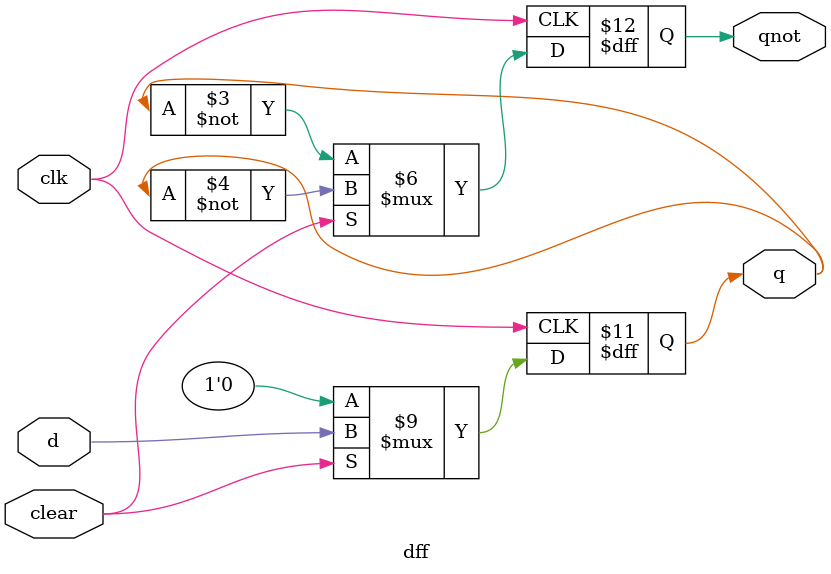
<source format=v>

module dff (output q, output qnot, input d, input clk,input clear );
reg q, qnot;

always @(posedge clk)
if(~clear)
begin
q<=0; qnot<=~q;
end
else
begin
q<=d;
qnot=~q;
end

endmodule // dff




</source>
